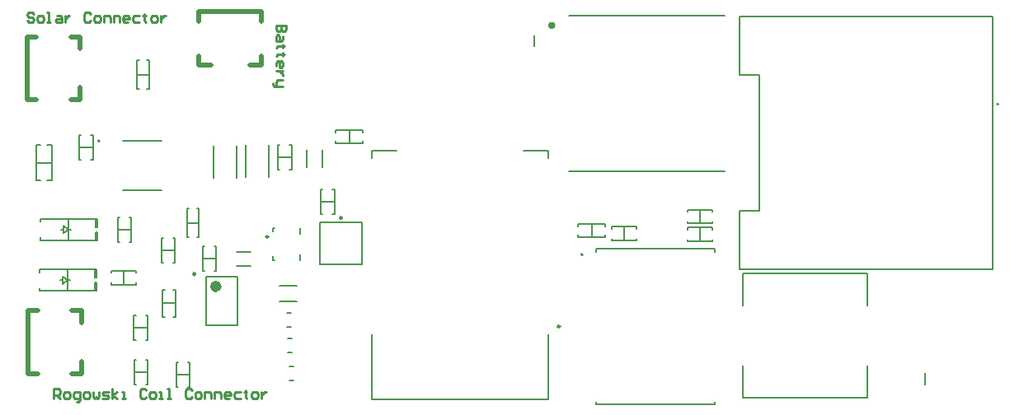
<source format=gbr>
%TF.GenerationSoftware,Altium Limited,Altium Designer,25.5.2 (35)*%
G04 Layer_Color=65535*
%FSLAX45Y45*%
%MOMM*%
%TF.SameCoordinates,7619EFF6-2C7F-40E5-9203-650E7B3F98D6*%
%TF.FilePolarity,Positive*%
%TF.FileFunction,Legend,Top*%
%TF.Part,Single*%
G01*
G75*
%TA.AperFunction,NonConductor*%
%ADD50C,0.25400*%
%ADD51C,0.20000*%
%ADD52C,0.25000*%
%ADD53C,0.60000*%
%ADD54C,0.12700*%
%ADD55C,0.50000*%
%ADD56C,0.15000*%
G36*
X5455394Y3891572D02*
X5404244D01*
Y3930792D01*
X5455394D01*
Y3891572D01*
D02*
G37*
D50*
X112728Y4024266D02*
X96067Y4040927D01*
X62744D01*
X46083Y4024266D01*
Y4007605D01*
X62744Y3990944D01*
X96067D01*
X112728Y3974282D01*
Y3957621D01*
X96067Y3940960D01*
X62744D01*
X46083Y3957621D01*
X162712Y3940960D02*
X196034D01*
X212696Y3957621D01*
Y3990944D01*
X196034Y4007605D01*
X162712D01*
X146051Y3990944D01*
Y3957621D01*
X162712Y3940960D01*
X246018D02*
X279341D01*
X262680D01*
Y4040927D01*
X246018D01*
X345986Y4007605D02*
X379309D01*
X395970Y3990944D01*
Y3940960D01*
X345986D01*
X329325Y3957621D01*
X345986Y3974282D01*
X395970D01*
X429293Y4007605D02*
Y3940960D01*
Y3974282D01*
X445954Y3990944D01*
X462615Y4007605D01*
X479276D01*
X695873Y4024266D02*
X679212Y4040927D01*
X645889D01*
X629228Y4024266D01*
Y3957621D01*
X645889Y3940960D01*
X679212D01*
X695873Y3957621D01*
X745857Y3940960D02*
X779180D01*
X795841Y3957621D01*
Y3990944D01*
X779180Y4007605D01*
X745857D01*
X729196Y3990944D01*
Y3957621D01*
X745857Y3940960D01*
X829164D02*
Y4007605D01*
X879148D01*
X895809Y3990944D01*
Y3940960D01*
X929131D02*
Y4007605D01*
X979115D01*
X995777Y3990944D01*
Y3940960D01*
X1079083D02*
X1045761D01*
X1029099Y3957621D01*
Y3990944D01*
X1045761Y4007605D01*
X1079083D01*
X1095744Y3990944D01*
Y3974282D01*
X1029099D01*
X1195712Y4007605D02*
X1145728D01*
X1129067Y3990944D01*
Y3957621D01*
X1145728Y3940960D01*
X1195712D01*
X1245696Y4024266D02*
Y4007605D01*
X1229035D01*
X1262357D01*
X1245696D01*
Y3957621D01*
X1262357Y3940960D01*
X1329003D02*
X1362325D01*
X1378986Y3957621D01*
Y3990944D01*
X1362325Y4007605D01*
X1329003D01*
X1312341Y3990944D01*
Y3957621D01*
X1329003Y3940960D01*
X1412309Y4007605D02*
Y3940960D01*
Y3974282D01*
X1428970Y3990944D01*
X1445632Y4007605D01*
X1462293D01*
X2700929Y3913504D02*
X2600961D01*
Y3863520D01*
X2617622Y3846859D01*
X2634284D01*
X2650945Y3863520D01*
Y3913504D01*
Y3863520D01*
X2667606Y3846859D01*
X2684267D01*
X2700929Y3863520D01*
Y3913504D01*
X2667606Y3796875D02*
Y3763552D01*
X2650945Y3746891D01*
X2600961D01*
Y3796875D01*
X2617622Y3813536D01*
X2634284Y3796875D01*
Y3746891D01*
X2684267Y3696907D02*
X2667606D01*
Y3713568D01*
Y3680246D01*
Y3696907D01*
X2617622D01*
X2600961Y3680246D01*
X2684267Y3613600D02*
X2667606D01*
Y3630262D01*
Y3596939D01*
Y3613600D01*
X2617622D01*
X2600961Y3596939D01*
Y3496971D02*
Y3530294D01*
X2617622Y3546955D01*
X2650945D01*
X2667606Y3530294D01*
Y3496971D01*
X2650945Y3480310D01*
X2634284D01*
Y3546955D01*
X2667606Y3446988D02*
X2600961D01*
X2634284D01*
X2650945Y3430326D01*
X2667606Y3413665D01*
Y3397004D01*
Y3347020D02*
X2617622D01*
X2600961Y3330358D01*
Y3280375D01*
X2584300D01*
X2567639Y3297036D01*
Y3313697D01*
X2600961Y3280375D02*
X2667606D01*
X316985Y72527D02*
Y172495D01*
X366969D01*
X383630Y155833D01*
Y122511D01*
X366969Y105849D01*
X316985D01*
X350308D02*
X383630Y72527D01*
X433615D02*
X466937D01*
X483598Y89188D01*
Y122511D01*
X466937Y139172D01*
X433615D01*
X416953Y122511D01*
Y89188D01*
X433615Y72527D01*
X550244Y39204D02*
X566905D01*
X583566Y55866D01*
Y139172D01*
X533582D01*
X516921Y122511D01*
Y89188D01*
X533582Y72527D01*
X583566D01*
X633550D02*
X666873D01*
X683534Y89188D01*
Y122511D01*
X666873Y139172D01*
X633550D01*
X616889Y122511D01*
Y89188D01*
X633550Y72527D01*
X716857Y139172D02*
Y89188D01*
X733518Y72527D01*
X750179Y89188D01*
X766840Y72527D01*
X783502Y89188D01*
Y139172D01*
X816824Y72527D02*
X866808D01*
X883469Y89188D01*
X866808Y105849D01*
X833486D01*
X816824Y122511D01*
X833486Y139172D01*
X883469D01*
X916792Y72527D02*
Y172495D01*
Y105849D02*
X966776Y139172D01*
X916792Y105849D02*
X966776Y72527D01*
X1016760D02*
X1050082D01*
X1033421D01*
Y139172D01*
X1016760D01*
X1266679Y155833D02*
X1250018Y172495D01*
X1216696D01*
X1200034Y155833D01*
Y89188D01*
X1216696Y72527D01*
X1250018D01*
X1266679Y89188D01*
X1316663Y72527D02*
X1349986D01*
X1366647Y89188D01*
Y122511D01*
X1349986Y139172D01*
X1316663D01*
X1300002Y122511D01*
Y89188D01*
X1316663Y72527D01*
X1399970D02*
X1433292D01*
X1416631D01*
Y139172D01*
X1399970D01*
X1483276Y72527D02*
X1516599D01*
X1499938D01*
Y172495D01*
X1483276D01*
X1733195Y155833D02*
X1716534Y172495D01*
X1683212D01*
X1666550Y155833D01*
Y89188D01*
X1683212Y72527D01*
X1716534D01*
X1733195Y89188D01*
X1783180Y72527D02*
X1816502D01*
X1833163Y89188D01*
Y122511D01*
X1816502Y139172D01*
X1783180D01*
X1766518Y122511D01*
Y89188D01*
X1783180Y72527D01*
X1866486D02*
Y139172D01*
X1916470D01*
X1933131Y122511D01*
Y72527D01*
X1966454D02*
Y139172D01*
X2016438D01*
X2033099Y122511D01*
Y72527D01*
X2116405D02*
X2083083D01*
X2066422Y89188D01*
Y122511D01*
X2083083Y139172D01*
X2116405D01*
X2133067Y122511D01*
Y105849D01*
X2066422D01*
X2233034Y139172D02*
X2183051D01*
X2166389Y122511D01*
Y89188D01*
X2183051Y72527D01*
X2233034D01*
X2283019Y155833D02*
Y139172D01*
X2266357D01*
X2299680D01*
X2283019D01*
Y89188D01*
X2299680Y72527D01*
X2366325D02*
X2399647D01*
X2416309Y89188D01*
Y122511D01*
X2399647Y139172D01*
X2366325D01*
X2349664Y122511D01*
Y89188D01*
X2366325Y72527D01*
X2449631Y139172D02*
Y72527D01*
Y105849D01*
X2466293Y122511D01*
X2482954Y139172D01*
X2499615D01*
D51*
X10018536Y3101833D02*
G03*
X10018536Y3101833I-10000J0D01*
G01*
X5459548Y3910792D02*
G03*
X5459548Y3910792I-29155J0D01*
G01*
X5747966Y1552997D02*
G03*
X5747966Y1552997I-10000J0D01*
G01*
X787291Y2722984D02*
G03*
X787291Y2722984I-10000J0D01*
G01*
X5394189Y61890D02*
Y733390D01*
Y2549390D02*
Y2621890D01*
X3584189D02*
X3835189D01*
X5143189D02*
X5394189D01*
X3584189Y61890D02*
Y733390D01*
Y2549390D02*
Y2621890D01*
Y61890D02*
X5394189D01*
X3049609Y1887453D02*
X3479609D01*
X3049609Y1457453D02*
Y1887453D01*
Y1457453D02*
X3479609D01*
Y1887453D01*
X5605394Y4010792D02*
X7205394D01*
X5605394Y2410792D02*
X7205394D01*
X8672640Y79383D02*
Y411883D01*
Y1026883D02*
Y1359383D01*
X7392640D02*
X8672640D01*
X7392640Y79383D02*
Y411883D01*
Y1026883D02*
Y1359383D01*
Y79383D02*
X8672640D01*
X9261103Y220857D02*
Y335857D01*
X5248524Y3695447D02*
Y3810447D01*
X2634588Y1235030D02*
X2814588D01*
X2634588Y1070030D02*
X2814588D01*
X2569818Y1828742D02*
X2587318D01*
X2842318D02*
X2849818D01*
Y1498742D02*
Y1558742D01*
Y1768742D02*
Y1828742D01*
X2569818Y1498742D02*
X2587318D01*
X2842318D02*
X2849818D01*
X2569818D02*
Y1538742D01*
Y1788742D02*
Y1828742D01*
X2194092Y1441060D02*
X2341339D01*
X2194092Y1578308D02*
X2341339D01*
X2731607Y260270D02*
X2776608D01*
X2731607Y405270D02*
X2776608D01*
X2715793Y545862D02*
X2760794D01*
X2715793Y690862D02*
X2760794D01*
X2710965Y813850D02*
X2755965D01*
X2710965Y958850D02*
X2755965D01*
X1879470Y826642D02*
X2199470D01*
X1879470Y1326642D02*
X2199470D01*
Y826642D02*
Y1326642D01*
X1879470Y826642D02*
Y1326642D01*
X132889Y2678157D02*
X182889D01*
X132889Y2318157D02*
Y2678157D01*
Y2318157D02*
X182889D01*
X247889Y2678157D02*
X297889D01*
Y2318157D02*
Y2678157D01*
X247889Y2318157D02*
X297889D01*
X132889Y2498157D02*
X297889D01*
X2524598Y2352279D02*
Y2682899D01*
X2288978Y2352279D02*
Y2682899D01*
X2192732Y2346907D02*
Y2677527D01*
X1957112Y2346907D02*
Y2677527D01*
X2912340Y2454613D02*
Y2634613D01*
X3077340Y2454613D02*
Y2634613D01*
D52*
X5514189Y815890D02*
G03*
X5514189Y815890I-12500J0D01*
G01*
X3277109Y1932453D02*
G03*
X3277109Y1932453I-12500J0D01*
G01*
X2519818Y1738742D02*
G03*
X2519818Y1738742I-12500J0D01*
G01*
X1769470Y1354642D02*
G03*
X1769470Y1354642I-12500J0D01*
G01*
D53*
X2009470Y1226642D02*
G03*
X2009470Y1226642I-30000J0D01*
G01*
D54*
X9958536Y1401833D02*
Y4001833D01*
X7358536Y1401833D02*
X9958536D01*
X7358536D02*
Y2001833D01*
X7558536D01*
Y3401833D01*
X7358536D02*
X7558536D01*
X7358536D02*
Y4001833D01*
X9958536D01*
X5887966Y1584997D02*
Y1612997D01*
X7107966D01*
Y1584997D02*
Y1612997D01*
X5887966Y12997D02*
Y40997D01*
Y12997D02*
X7107966D01*
Y40997D01*
X1021791Y2727484D02*
X1421791D01*
X1021791Y2217484D02*
X1421791D01*
D55*
X39391Y3147827D02*
X139391D01*
X39391D02*
Y3793828D01*
X139391D01*
X489391Y3147827D02*
X589390D01*
Y3270827D01*
Y3670828D02*
Y3793828D01*
X489391D02*
X589390D01*
X1805635Y3950217D02*
Y4050217D01*
X2451636D01*
Y3950217D02*
Y4050217D01*
X1805635Y3500217D02*
Y3600217D01*
Y3500217D02*
X1928635D01*
X2328636D02*
X2451636D01*
Y3600217D01*
X499235Y332251D02*
X599235D01*
Y455251D01*
Y855252D02*
Y978252D01*
X499235D02*
X599235D01*
X49235Y332251D02*
X149235D01*
X49235D02*
Y978252D01*
X149235D01*
D56*
X5840316Y1731701D02*
Y1871701D01*
X5980316Y1731701D02*
Y1761701D01*
X5700316Y1731701D02*
X5980316D01*
X5700316D02*
Y1761701D01*
Y1841701D02*
Y1871701D01*
X5980316D01*
Y1841701D02*
Y1871701D01*
X1963844Y1389955D02*
X1983045D01*
Y1643955D01*
X1963844D02*
X1983045D01*
X1843044D02*
X1862244D01*
X1843044Y1389955D02*
Y1643955D01*
Y1389955D02*
X1862244D01*
X1843044Y1516955D02*
X1983045D01*
X1093155Y1686420D02*
X1112355D01*
Y1940420D01*
X1093155D02*
X1112355D01*
X972355D02*
X991555D01*
X972355Y1686420D02*
Y1940420D01*
Y1686420D02*
X991555D01*
X972355Y1813420D02*
X1112355D01*
X1260610Y217119D02*
X1279810D01*
Y471119D01*
X1260610D02*
X1279810D01*
X1139810D02*
X1159010D01*
X1139810Y217119D02*
Y471119D01*
Y217119D02*
X1159010D01*
X1139810Y344119D02*
X1279810D01*
X3352081Y2697191D02*
Y2837191D01*
X3212081Y2807191D02*
Y2837191D01*
X3492081D01*
Y2807191D02*
Y2837191D01*
Y2697191D02*
Y2727191D01*
X3212081Y2697191D02*
X3492081D01*
X3212081D02*
Y2727191D01*
X6042904Y1699787D02*
Y1718987D01*
Y1699787D02*
X6296904D01*
Y1718987D01*
Y1820587D02*
Y1839787D01*
X6042904D02*
X6296904D01*
X6042904Y1820587D02*
Y1839787D01*
X6169904Y1699787D02*
Y1839787D01*
X1543727Y1472928D02*
X1562928D01*
Y1726928D01*
X1543727D02*
X1562928D01*
X1422927D02*
X1442127D01*
X1422927Y1472928D02*
Y1726928D01*
Y1472928D02*
X1442127D01*
X1422927Y1599928D02*
X1562928D01*
X1539752Y915157D02*
X1569753D01*
Y1195157D01*
X1539752D02*
X1569753D01*
X1429752D02*
X1459752D01*
X1429752Y915157D02*
Y1195157D01*
Y915157D02*
X1459752D01*
X1429752Y1055157D02*
X1569753D01*
X1172807Y3254007D02*
X1192007D01*
X1172807D02*
Y3554007D01*
X1192007D01*
X1273607D02*
X1292807D01*
X1273607Y3254007D02*
X1292807D01*
Y3554007D01*
X1172807Y3404007D02*
X1292807D01*
X168825Y1370952D02*
Y1400952D01*
X740325D01*
Y1316352D02*
Y1400952D01*
Y1180952D02*
Y1265552D01*
X168825Y1180952D02*
X740325D01*
X168825D02*
Y1210952D01*
X460925Y1180952D02*
Y1400952D01*
X410125Y1329052D02*
X460925Y1290952D01*
X410125Y1252852D02*
X460925Y1290952D01*
X486325D01*
X384725D02*
X410125D01*
Y1252852D02*
Y1329052D01*
X740325Y1180952D02*
X753025D01*
Y1265552D01*
X740325D02*
X753025D01*
X740325Y1400952D02*
X753025D01*
Y1316352D02*
Y1400952D01*
X740325Y1316352D02*
X753025D01*
X1138517Y798429D02*
X1278518D01*
X1259318Y925429D02*
X1278518D01*
Y671429D02*
Y925429D01*
X1259318Y671429D02*
X1278518D01*
X1138517D02*
X1157718D01*
X1138517D02*
Y925429D01*
X1157718D01*
X3057578Y2098064D02*
X3197579D01*
X3178378Y2225064D02*
X3197579D01*
Y1971064D02*
Y2225064D01*
X3178378Y1971064D02*
X3197579D01*
X3057578D02*
X3076778D01*
X3057578D02*
Y2225064D01*
X3076778D01*
X1572132Y321745D02*
X1712133D01*
X1572132Y194745D02*
X1591333D01*
X1572132D02*
Y448745D01*
X1591333D01*
X1692933D02*
X1712133D01*
Y194745D02*
Y448745D01*
X1692933Y194745D02*
X1712133D01*
X577916Y2659064D02*
X717916D01*
X698716Y2786064D02*
X717916D01*
Y2532064D02*
Y2786064D01*
X698716Y2532064D02*
X717916D01*
X577916D02*
X597116D01*
X577916D02*
Y2786064D01*
X597116D01*
X749529Y1836551D02*
X762229D01*
Y1921151D01*
X749529D02*
X762229D01*
X749529Y1785751D02*
X762229D01*
Y1701151D02*
Y1785751D01*
X749529Y1701151D02*
X762229D01*
X419329Y1773051D02*
Y1849251D01*
X393929Y1811151D02*
X419329D01*
X470129D02*
X495529D01*
X419329Y1773051D02*
X470129Y1811151D01*
X419329Y1849251D02*
X470129Y1811151D01*
Y1701151D02*
Y1921151D01*
X178029Y1701151D02*
Y1731150D01*
Y1701151D02*
X749529D01*
Y1785751D01*
Y1836551D02*
Y1921151D01*
X178029D02*
X749529D01*
X178029Y1891151D02*
Y1921151D01*
X1030653Y1245627D02*
Y1385627D01*
X1157653Y1245627D02*
Y1264827D01*
X903653Y1245627D02*
X1157653D01*
X903653D02*
Y1264827D01*
Y1366427D02*
Y1385627D01*
X1157653D01*
Y1366427D02*
Y1385627D01*
X6951061Y1691384D02*
Y1831384D01*
X6824061Y1812184D02*
Y1831384D01*
X7078061D01*
Y1812184D02*
Y1831384D01*
Y1691384D02*
Y1710584D01*
X6824061Y1691384D02*
X7078061D01*
X6824061D02*
Y1710584D01*
X6950615Y1873695D02*
Y2013695D01*
X6823615Y1994495D02*
Y2013695D01*
X7077615D01*
Y1994495D02*
Y2013695D01*
Y1873695D02*
Y1892895D01*
X6823615Y1873695D02*
X7077615D01*
X6823615D02*
Y1892895D01*
X2618248Y2552068D02*
X2758248D01*
X2618248Y2425068D02*
X2637448D01*
X2618248D02*
Y2679068D01*
X2637448D01*
X2739048D02*
X2758248D01*
Y2425068D02*
Y2679068D01*
X2739048Y2425068D02*
X2758248D01*
X1685823Y1730242D02*
X1705024D01*
X1685823D02*
Y2030242D01*
X1705024D01*
X1786624D02*
X1805824D01*
X1786624Y1730242D02*
X1805824D01*
Y2030242D01*
X1685823Y1880242D02*
X1805824D01*
%TF.MD5,58b4d6054af191717f38a80a22889d82*%
M02*

</source>
